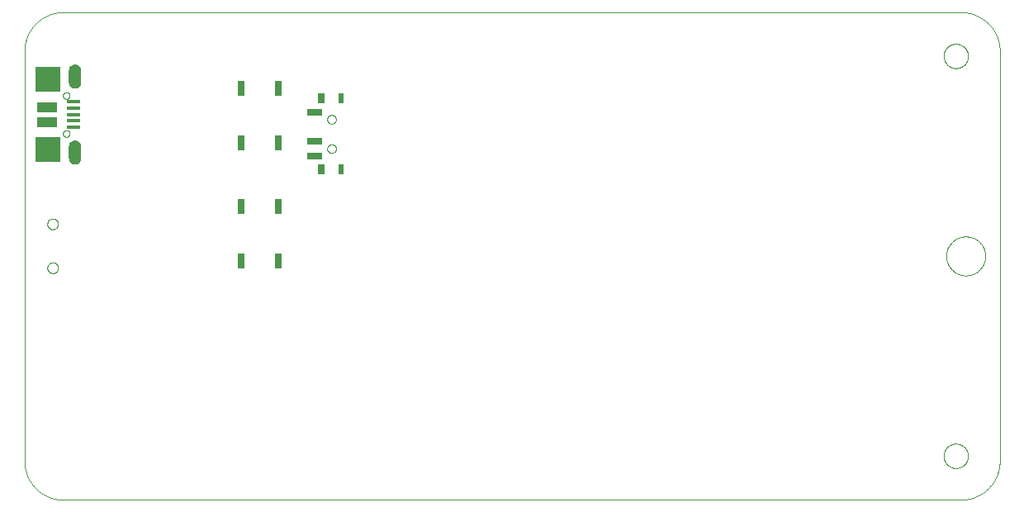
<source format=gbp>
G75*
%MOIN*%
%OFA0B0*%
%FSLAX25Y25*%
%IPPOS*%
%LPD*%
%AMOC8*
5,1,8,0,0,1.08239X$1,22.5*
%
%ADD10C,0.00000*%
%ADD11R,0.03000X0.06000*%
%ADD12R,0.05906X0.02756*%
%ADD13R,0.02362X0.03937*%
%ADD14R,0.03150X0.03937*%
%ADD15R,0.05315X0.01575*%
%ADD16R,0.07874X0.03937*%
%ADD17R,0.09843X0.09843*%
%ADD18C,0.00500*%
D10*
X0059668Y0020048D02*
X0059668Y0185402D01*
X0059673Y0185783D01*
X0059686Y0186163D01*
X0059709Y0186543D01*
X0059742Y0186922D01*
X0059783Y0187300D01*
X0059833Y0187677D01*
X0059893Y0188053D01*
X0059961Y0188428D01*
X0060039Y0188800D01*
X0060126Y0189171D01*
X0060221Y0189539D01*
X0060326Y0189905D01*
X0060439Y0190268D01*
X0060561Y0190629D01*
X0060691Y0190986D01*
X0060831Y0191340D01*
X0060978Y0191691D01*
X0061135Y0192038D01*
X0061299Y0192381D01*
X0061472Y0192720D01*
X0061653Y0193055D01*
X0061842Y0193386D01*
X0062039Y0193711D01*
X0062243Y0194032D01*
X0062456Y0194348D01*
X0062676Y0194658D01*
X0062903Y0194964D01*
X0063138Y0195263D01*
X0063380Y0195557D01*
X0063628Y0195845D01*
X0063884Y0196127D01*
X0064147Y0196402D01*
X0064416Y0196671D01*
X0064691Y0196934D01*
X0064973Y0197190D01*
X0065261Y0197438D01*
X0065555Y0197680D01*
X0065854Y0197915D01*
X0066160Y0198142D01*
X0066470Y0198362D01*
X0066786Y0198575D01*
X0067107Y0198779D01*
X0067432Y0198976D01*
X0067763Y0199165D01*
X0068098Y0199346D01*
X0068437Y0199519D01*
X0068780Y0199683D01*
X0069127Y0199840D01*
X0069478Y0199987D01*
X0069832Y0200127D01*
X0070189Y0200257D01*
X0070550Y0200379D01*
X0070913Y0200492D01*
X0071279Y0200597D01*
X0071647Y0200692D01*
X0072018Y0200779D01*
X0072390Y0200857D01*
X0072765Y0200925D01*
X0073141Y0200985D01*
X0073518Y0201035D01*
X0073896Y0201076D01*
X0074275Y0201109D01*
X0074655Y0201132D01*
X0075035Y0201145D01*
X0075416Y0201150D01*
X0437620Y0201150D01*
X0438001Y0201145D01*
X0438381Y0201132D01*
X0438761Y0201109D01*
X0439140Y0201076D01*
X0439518Y0201035D01*
X0439895Y0200985D01*
X0440271Y0200925D01*
X0440646Y0200857D01*
X0441018Y0200779D01*
X0441389Y0200692D01*
X0441757Y0200597D01*
X0442123Y0200492D01*
X0442486Y0200379D01*
X0442847Y0200257D01*
X0443204Y0200127D01*
X0443558Y0199987D01*
X0443909Y0199840D01*
X0444256Y0199683D01*
X0444599Y0199519D01*
X0444938Y0199346D01*
X0445273Y0199165D01*
X0445604Y0198976D01*
X0445929Y0198779D01*
X0446250Y0198575D01*
X0446566Y0198362D01*
X0446876Y0198142D01*
X0447182Y0197915D01*
X0447481Y0197680D01*
X0447775Y0197438D01*
X0448063Y0197190D01*
X0448345Y0196934D01*
X0448620Y0196671D01*
X0448889Y0196402D01*
X0449152Y0196127D01*
X0449408Y0195845D01*
X0449656Y0195557D01*
X0449898Y0195263D01*
X0450133Y0194964D01*
X0450360Y0194658D01*
X0450580Y0194348D01*
X0450793Y0194032D01*
X0450997Y0193711D01*
X0451194Y0193386D01*
X0451383Y0193055D01*
X0451564Y0192720D01*
X0451737Y0192381D01*
X0451901Y0192038D01*
X0452058Y0191691D01*
X0452205Y0191340D01*
X0452345Y0190986D01*
X0452475Y0190629D01*
X0452597Y0190268D01*
X0452710Y0189905D01*
X0452815Y0189539D01*
X0452910Y0189171D01*
X0452997Y0188800D01*
X0453075Y0188428D01*
X0453143Y0188053D01*
X0453203Y0187677D01*
X0453253Y0187300D01*
X0453294Y0186922D01*
X0453327Y0186543D01*
X0453350Y0186163D01*
X0453363Y0185783D01*
X0453368Y0185402D01*
X0453369Y0185402D02*
X0453369Y0020048D01*
X0453368Y0020048D02*
X0453363Y0019667D01*
X0453350Y0019287D01*
X0453327Y0018907D01*
X0453294Y0018528D01*
X0453253Y0018150D01*
X0453203Y0017773D01*
X0453143Y0017397D01*
X0453075Y0017022D01*
X0452997Y0016650D01*
X0452910Y0016279D01*
X0452815Y0015911D01*
X0452710Y0015545D01*
X0452597Y0015182D01*
X0452475Y0014821D01*
X0452345Y0014464D01*
X0452205Y0014110D01*
X0452058Y0013759D01*
X0451901Y0013412D01*
X0451737Y0013069D01*
X0451564Y0012730D01*
X0451383Y0012395D01*
X0451194Y0012064D01*
X0450997Y0011739D01*
X0450793Y0011418D01*
X0450580Y0011102D01*
X0450360Y0010792D01*
X0450133Y0010486D01*
X0449898Y0010187D01*
X0449656Y0009893D01*
X0449408Y0009605D01*
X0449152Y0009323D01*
X0448889Y0009048D01*
X0448620Y0008779D01*
X0448345Y0008516D01*
X0448063Y0008260D01*
X0447775Y0008012D01*
X0447481Y0007770D01*
X0447182Y0007535D01*
X0446876Y0007308D01*
X0446566Y0007088D01*
X0446250Y0006875D01*
X0445929Y0006671D01*
X0445604Y0006474D01*
X0445273Y0006285D01*
X0444938Y0006104D01*
X0444599Y0005931D01*
X0444256Y0005767D01*
X0443909Y0005610D01*
X0443558Y0005463D01*
X0443204Y0005323D01*
X0442847Y0005193D01*
X0442486Y0005071D01*
X0442123Y0004958D01*
X0441757Y0004853D01*
X0441389Y0004758D01*
X0441018Y0004671D01*
X0440646Y0004593D01*
X0440271Y0004525D01*
X0439895Y0004465D01*
X0439518Y0004415D01*
X0439140Y0004374D01*
X0438761Y0004341D01*
X0438381Y0004318D01*
X0438001Y0004305D01*
X0437620Y0004300D01*
X0075416Y0004300D01*
X0075035Y0004305D01*
X0074655Y0004318D01*
X0074275Y0004341D01*
X0073896Y0004374D01*
X0073518Y0004415D01*
X0073141Y0004465D01*
X0072765Y0004525D01*
X0072390Y0004593D01*
X0072018Y0004671D01*
X0071647Y0004758D01*
X0071279Y0004853D01*
X0070913Y0004958D01*
X0070550Y0005071D01*
X0070189Y0005193D01*
X0069832Y0005323D01*
X0069478Y0005463D01*
X0069127Y0005610D01*
X0068780Y0005767D01*
X0068437Y0005931D01*
X0068098Y0006104D01*
X0067763Y0006285D01*
X0067432Y0006474D01*
X0067107Y0006671D01*
X0066786Y0006875D01*
X0066470Y0007088D01*
X0066160Y0007308D01*
X0065854Y0007535D01*
X0065555Y0007770D01*
X0065261Y0008012D01*
X0064973Y0008260D01*
X0064691Y0008516D01*
X0064416Y0008779D01*
X0064147Y0009048D01*
X0063884Y0009323D01*
X0063628Y0009605D01*
X0063380Y0009893D01*
X0063138Y0010187D01*
X0062903Y0010486D01*
X0062676Y0010792D01*
X0062456Y0011102D01*
X0062243Y0011418D01*
X0062039Y0011739D01*
X0061842Y0012064D01*
X0061653Y0012395D01*
X0061472Y0012730D01*
X0061299Y0013069D01*
X0061135Y0013412D01*
X0060978Y0013759D01*
X0060831Y0014110D01*
X0060691Y0014464D01*
X0060561Y0014821D01*
X0060439Y0015182D01*
X0060326Y0015545D01*
X0060221Y0015911D01*
X0060126Y0016279D01*
X0060039Y0016650D01*
X0059961Y0017022D01*
X0059893Y0017397D01*
X0059833Y0017773D01*
X0059783Y0018150D01*
X0059742Y0018528D01*
X0059709Y0018907D01*
X0059686Y0019287D01*
X0059673Y0019667D01*
X0059668Y0020048D01*
X0068920Y0097942D02*
X0068922Y0098035D01*
X0068928Y0098127D01*
X0068938Y0098219D01*
X0068952Y0098310D01*
X0068969Y0098401D01*
X0068991Y0098491D01*
X0069016Y0098580D01*
X0069045Y0098668D01*
X0069078Y0098754D01*
X0069115Y0098839D01*
X0069155Y0098923D01*
X0069199Y0099004D01*
X0069246Y0099084D01*
X0069296Y0099162D01*
X0069350Y0099237D01*
X0069407Y0099310D01*
X0069467Y0099380D01*
X0069530Y0099448D01*
X0069596Y0099513D01*
X0069664Y0099575D01*
X0069735Y0099635D01*
X0069809Y0099691D01*
X0069885Y0099744D01*
X0069963Y0099793D01*
X0070043Y0099840D01*
X0070125Y0099882D01*
X0070209Y0099922D01*
X0070294Y0099957D01*
X0070381Y0099989D01*
X0070469Y0100018D01*
X0070558Y0100042D01*
X0070648Y0100063D01*
X0070739Y0100079D01*
X0070831Y0100092D01*
X0070923Y0100101D01*
X0071016Y0100106D01*
X0071108Y0100107D01*
X0071201Y0100104D01*
X0071293Y0100097D01*
X0071385Y0100086D01*
X0071476Y0100071D01*
X0071567Y0100053D01*
X0071657Y0100030D01*
X0071745Y0100004D01*
X0071833Y0099974D01*
X0071919Y0099940D01*
X0072003Y0099903D01*
X0072086Y0099861D01*
X0072167Y0099817D01*
X0072247Y0099769D01*
X0072324Y0099718D01*
X0072398Y0099663D01*
X0072471Y0099605D01*
X0072541Y0099545D01*
X0072608Y0099481D01*
X0072672Y0099415D01*
X0072734Y0099345D01*
X0072792Y0099274D01*
X0072847Y0099200D01*
X0072899Y0099123D01*
X0072948Y0099044D01*
X0072994Y0098964D01*
X0073036Y0098881D01*
X0073074Y0098797D01*
X0073109Y0098711D01*
X0073140Y0098624D01*
X0073167Y0098536D01*
X0073190Y0098446D01*
X0073210Y0098356D01*
X0073226Y0098265D01*
X0073238Y0098173D01*
X0073246Y0098081D01*
X0073250Y0097988D01*
X0073250Y0097896D01*
X0073246Y0097803D01*
X0073238Y0097711D01*
X0073226Y0097619D01*
X0073210Y0097528D01*
X0073190Y0097438D01*
X0073167Y0097348D01*
X0073140Y0097260D01*
X0073109Y0097173D01*
X0073074Y0097087D01*
X0073036Y0097003D01*
X0072994Y0096920D01*
X0072948Y0096840D01*
X0072899Y0096761D01*
X0072847Y0096684D01*
X0072792Y0096610D01*
X0072734Y0096539D01*
X0072672Y0096469D01*
X0072608Y0096403D01*
X0072541Y0096339D01*
X0072471Y0096279D01*
X0072398Y0096221D01*
X0072324Y0096166D01*
X0072247Y0096115D01*
X0072168Y0096067D01*
X0072086Y0096023D01*
X0072003Y0095981D01*
X0071919Y0095944D01*
X0071833Y0095910D01*
X0071745Y0095880D01*
X0071657Y0095854D01*
X0071567Y0095831D01*
X0071476Y0095813D01*
X0071385Y0095798D01*
X0071293Y0095787D01*
X0071201Y0095780D01*
X0071108Y0095777D01*
X0071016Y0095778D01*
X0070923Y0095783D01*
X0070831Y0095792D01*
X0070739Y0095805D01*
X0070648Y0095821D01*
X0070558Y0095842D01*
X0070469Y0095866D01*
X0070381Y0095895D01*
X0070294Y0095927D01*
X0070209Y0095962D01*
X0070125Y0096002D01*
X0070043Y0096044D01*
X0069963Y0096091D01*
X0069885Y0096140D01*
X0069809Y0096193D01*
X0069735Y0096249D01*
X0069664Y0096309D01*
X0069596Y0096371D01*
X0069530Y0096436D01*
X0069467Y0096504D01*
X0069407Y0096574D01*
X0069350Y0096647D01*
X0069296Y0096722D01*
X0069246Y0096800D01*
X0069199Y0096880D01*
X0069155Y0096961D01*
X0069115Y0097045D01*
X0069078Y0097130D01*
X0069045Y0097216D01*
X0069016Y0097304D01*
X0068991Y0097393D01*
X0068969Y0097483D01*
X0068952Y0097574D01*
X0068938Y0097665D01*
X0068928Y0097757D01*
X0068922Y0097849D01*
X0068920Y0097942D01*
X0068920Y0115658D02*
X0068922Y0115751D01*
X0068928Y0115843D01*
X0068938Y0115935D01*
X0068952Y0116026D01*
X0068969Y0116117D01*
X0068991Y0116207D01*
X0069016Y0116296D01*
X0069045Y0116384D01*
X0069078Y0116470D01*
X0069115Y0116555D01*
X0069155Y0116639D01*
X0069199Y0116720D01*
X0069246Y0116800D01*
X0069296Y0116878D01*
X0069350Y0116953D01*
X0069407Y0117026D01*
X0069467Y0117096D01*
X0069530Y0117164D01*
X0069596Y0117229D01*
X0069664Y0117291D01*
X0069735Y0117351D01*
X0069809Y0117407D01*
X0069885Y0117460D01*
X0069963Y0117509D01*
X0070043Y0117556D01*
X0070125Y0117598D01*
X0070209Y0117638D01*
X0070294Y0117673D01*
X0070381Y0117705D01*
X0070469Y0117734D01*
X0070558Y0117758D01*
X0070648Y0117779D01*
X0070739Y0117795D01*
X0070831Y0117808D01*
X0070923Y0117817D01*
X0071016Y0117822D01*
X0071108Y0117823D01*
X0071201Y0117820D01*
X0071293Y0117813D01*
X0071385Y0117802D01*
X0071476Y0117787D01*
X0071567Y0117769D01*
X0071657Y0117746D01*
X0071745Y0117720D01*
X0071833Y0117690D01*
X0071919Y0117656D01*
X0072003Y0117619D01*
X0072086Y0117577D01*
X0072167Y0117533D01*
X0072247Y0117485D01*
X0072324Y0117434D01*
X0072398Y0117379D01*
X0072471Y0117321D01*
X0072541Y0117261D01*
X0072608Y0117197D01*
X0072672Y0117131D01*
X0072734Y0117061D01*
X0072792Y0116990D01*
X0072847Y0116916D01*
X0072899Y0116839D01*
X0072948Y0116760D01*
X0072994Y0116680D01*
X0073036Y0116597D01*
X0073074Y0116513D01*
X0073109Y0116427D01*
X0073140Y0116340D01*
X0073167Y0116252D01*
X0073190Y0116162D01*
X0073210Y0116072D01*
X0073226Y0115981D01*
X0073238Y0115889D01*
X0073246Y0115797D01*
X0073250Y0115704D01*
X0073250Y0115612D01*
X0073246Y0115519D01*
X0073238Y0115427D01*
X0073226Y0115335D01*
X0073210Y0115244D01*
X0073190Y0115154D01*
X0073167Y0115064D01*
X0073140Y0114976D01*
X0073109Y0114889D01*
X0073074Y0114803D01*
X0073036Y0114719D01*
X0072994Y0114636D01*
X0072948Y0114556D01*
X0072899Y0114477D01*
X0072847Y0114400D01*
X0072792Y0114326D01*
X0072734Y0114255D01*
X0072672Y0114185D01*
X0072608Y0114119D01*
X0072541Y0114055D01*
X0072471Y0113995D01*
X0072398Y0113937D01*
X0072324Y0113882D01*
X0072247Y0113831D01*
X0072168Y0113783D01*
X0072086Y0113739D01*
X0072003Y0113697D01*
X0071919Y0113660D01*
X0071833Y0113626D01*
X0071745Y0113596D01*
X0071657Y0113570D01*
X0071567Y0113547D01*
X0071476Y0113529D01*
X0071385Y0113514D01*
X0071293Y0113503D01*
X0071201Y0113496D01*
X0071108Y0113493D01*
X0071016Y0113494D01*
X0070923Y0113499D01*
X0070831Y0113508D01*
X0070739Y0113521D01*
X0070648Y0113537D01*
X0070558Y0113558D01*
X0070469Y0113582D01*
X0070381Y0113611D01*
X0070294Y0113643D01*
X0070209Y0113678D01*
X0070125Y0113718D01*
X0070043Y0113760D01*
X0069963Y0113807D01*
X0069885Y0113856D01*
X0069809Y0113909D01*
X0069735Y0113965D01*
X0069664Y0114025D01*
X0069596Y0114087D01*
X0069530Y0114152D01*
X0069467Y0114220D01*
X0069407Y0114290D01*
X0069350Y0114363D01*
X0069296Y0114438D01*
X0069246Y0114516D01*
X0069199Y0114596D01*
X0069155Y0114677D01*
X0069115Y0114761D01*
X0069078Y0114846D01*
X0069045Y0114932D01*
X0069016Y0115020D01*
X0068991Y0115109D01*
X0068969Y0115199D01*
X0068952Y0115290D01*
X0068938Y0115381D01*
X0068928Y0115473D01*
X0068922Y0115565D01*
X0068920Y0115658D01*
X0067935Y0144457D02*
X0070298Y0144457D01*
X0070297Y0144457D02*
X0070360Y0144465D01*
X0070422Y0144476D01*
X0070484Y0144491D01*
X0070544Y0144509D01*
X0070604Y0144531D01*
X0070662Y0144556D01*
X0070718Y0144585D01*
X0070773Y0144617D01*
X0070825Y0144652D01*
X0070876Y0144690D01*
X0070924Y0144730D01*
X0070970Y0144774D01*
X0071013Y0144820D01*
X0071054Y0144869D01*
X0071092Y0144920D01*
X0071126Y0144972D01*
X0071158Y0145027D01*
X0071186Y0145084D01*
X0071211Y0145142D01*
X0071232Y0145202D01*
X0071250Y0145262D01*
X0071264Y0145324D01*
X0071275Y0145386D01*
X0071282Y0145449D01*
X0071286Y0145512D01*
X0071285Y0145575D01*
X0071282Y0145638D01*
X0071282Y0145639D02*
X0071285Y0145702D01*
X0071286Y0145765D01*
X0071282Y0145828D01*
X0071275Y0145891D01*
X0071264Y0145953D01*
X0071250Y0146015D01*
X0071232Y0146075D01*
X0071211Y0146135D01*
X0071186Y0146193D01*
X0071158Y0146250D01*
X0071126Y0146305D01*
X0071092Y0146357D01*
X0071054Y0146408D01*
X0071013Y0146457D01*
X0070970Y0146503D01*
X0070924Y0146547D01*
X0070876Y0146587D01*
X0070825Y0146625D01*
X0070773Y0146660D01*
X0070718Y0146692D01*
X0070662Y0146721D01*
X0070604Y0146746D01*
X0070544Y0146768D01*
X0070484Y0146786D01*
X0070422Y0146801D01*
X0070360Y0146812D01*
X0070297Y0146820D01*
X0070298Y0146820D02*
X0067935Y0146820D01*
X0067936Y0146820D02*
X0067870Y0146812D01*
X0067806Y0146800D01*
X0067742Y0146784D01*
X0067679Y0146765D01*
X0067618Y0146741D01*
X0067558Y0146714D01*
X0067500Y0146684D01*
X0067444Y0146650D01*
X0067390Y0146613D01*
X0067338Y0146572D01*
X0067289Y0146528D01*
X0067242Y0146482D01*
X0067199Y0146433D01*
X0067158Y0146381D01*
X0067121Y0146327D01*
X0067087Y0146271D01*
X0067057Y0146213D01*
X0067030Y0146153D01*
X0067006Y0146092D01*
X0066987Y0146029D01*
X0066971Y0145965D01*
X0066959Y0145901D01*
X0066951Y0145835D01*
X0066947Y0145770D01*
X0066947Y0145704D01*
X0066951Y0145639D01*
X0066951Y0145638D02*
X0066947Y0145573D01*
X0066947Y0145507D01*
X0066951Y0145442D01*
X0066959Y0145376D01*
X0066971Y0145312D01*
X0066987Y0145248D01*
X0067006Y0145185D01*
X0067030Y0145124D01*
X0067057Y0145064D01*
X0067087Y0145006D01*
X0067121Y0144950D01*
X0067158Y0144896D01*
X0067199Y0144844D01*
X0067242Y0144795D01*
X0067289Y0144749D01*
X0067338Y0144705D01*
X0067390Y0144664D01*
X0067444Y0144627D01*
X0067500Y0144593D01*
X0067558Y0144563D01*
X0067618Y0144536D01*
X0067679Y0144512D01*
X0067742Y0144493D01*
X0067806Y0144477D01*
X0067870Y0144465D01*
X0067936Y0144457D01*
X0075219Y0152135D02*
X0075221Y0152209D01*
X0075227Y0152283D01*
X0075237Y0152356D01*
X0075251Y0152429D01*
X0075268Y0152501D01*
X0075290Y0152571D01*
X0075315Y0152641D01*
X0075344Y0152709D01*
X0075377Y0152775D01*
X0075413Y0152840D01*
X0075453Y0152902D01*
X0075495Y0152963D01*
X0075541Y0153021D01*
X0075590Y0153076D01*
X0075642Y0153129D01*
X0075697Y0153179D01*
X0075754Y0153225D01*
X0075814Y0153269D01*
X0075876Y0153309D01*
X0075940Y0153346D01*
X0076006Y0153380D01*
X0076074Y0153410D01*
X0076143Y0153436D01*
X0076214Y0153459D01*
X0076285Y0153477D01*
X0076358Y0153492D01*
X0076431Y0153503D01*
X0076505Y0153510D01*
X0076579Y0153513D01*
X0076652Y0153512D01*
X0076726Y0153507D01*
X0076800Y0153498D01*
X0076873Y0153485D01*
X0076945Y0153468D01*
X0077016Y0153448D01*
X0077086Y0153423D01*
X0077154Y0153395D01*
X0077221Y0153364D01*
X0077286Y0153328D01*
X0077349Y0153290D01*
X0077410Y0153248D01*
X0077469Y0153202D01*
X0077525Y0153154D01*
X0077578Y0153103D01*
X0077628Y0153049D01*
X0077676Y0152992D01*
X0077720Y0152933D01*
X0077762Y0152871D01*
X0077800Y0152808D01*
X0077834Y0152742D01*
X0077865Y0152675D01*
X0077892Y0152606D01*
X0077915Y0152536D01*
X0077935Y0152465D01*
X0077951Y0152392D01*
X0077963Y0152319D01*
X0077971Y0152246D01*
X0077975Y0152172D01*
X0077975Y0152098D01*
X0077971Y0152024D01*
X0077963Y0151951D01*
X0077951Y0151878D01*
X0077935Y0151805D01*
X0077915Y0151734D01*
X0077892Y0151664D01*
X0077865Y0151595D01*
X0077834Y0151528D01*
X0077800Y0151462D01*
X0077762Y0151399D01*
X0077720Y0151337D01*
X0077676Y0151278D01*
X0077628Y0151221D01*
X0077578Y0151167D01*
X0077525Y0151116D01*
X0077469Y0151068D01*
X0077410Y0151022D01*
X0077349Y0150980D01*
X0077286Y0150942D01*
X0077221Y0150906D01*
X0077154Y0150875D01*
X0077086Y0150847D01*
X0077016Y0150822D01*
X0076945Y0150802D01*
X0076873Y0150785D01*
X0076800Y0150772D01*
X0076726Y0150763D01*
X0076652Y0150758D01*
X0076579Y0150757D01*
X0076505Y0150760D01*
X0076431Y0150767D01*
X0076358Y0150778D01*
X0076285Y0150793D01*
X0076214Y0150811D01*
X0076143Y0150834D01*
X0076074Y0150860D01*
X0076006Y0150890D01*
X0075940Y0150924D01*
X0075876Y0150961D01*
X0075814Y0151001D01*
X0075754Y0151045D01*
X0075697Y0151091D01*
X0075642Y0151141D01*
X0075590Y0151194D01*
X0075541Y0151249D01*
X0075495Y0151307D01*
X0075453Y0151368D01*
X0075413Y0151430D01*
X0075377Y0151495D01*
X0075344Y0151561D01*
X0075315Y0151629D01*
X0075290Y0151699D01*
X0075268Y0151769D01*
X0075251Y0151841D01*
X0075237Y0151914D01*
X0075227Y0151987D01*
X0075221Y0152061D01*
X0075219Y0152135D01*
X0075219Y0167489D02*
X0075221Y0167563D01*
X0075227Y0167637D01*
X0075237Y0167710D01*
X0075251Y0167783D01*
X0075268Y0167855D01*
X0075290Y0167925D01*
X0075315Y0167995D01*
X0075344Y0168063D01*
X0075377Y0168129D01*
X0075413Y0168194D01*
X0075453Y0168256D01*
X0075495Y0168317D01*
X0075541Y0168375D01*
X0075590Y0168430D01*
X0075642Y0168483D01*
X0075697Y0168533D01*
X0075754Y0168579D01*
X0075814Y0168623D01*
X0075876Y0168663D01*
X0075940Y0168700D01*
X0076006Y0168734D01*
X0076074Y0168764D01*
X0076143Y0168790D01*
X0076214Y0168813D01*
X0076285Y0168831D01*
X0076358Y0168846D01*
X0076431Y0168857D01*
X0076505Y0168864D01*
X0076579Y0168867D01*
X0076652Y0168866D01*
X0076726Y0168861D01*
X0076800Y0168852D01*
X0076873Y0168839D01*
X0076945Y0168822D01*
X0077016Y0168802D01*
X0077086Y0168777D01*
X0077154Y0168749D01*
X0077221Y0168718D01*
X0077286Y0168682D01*
X0077349Y0168644D01*
X0077410Y0168602D01*
X0077469Y0168556D01*
X0077525Y0168508D01*
X0077578Y0168457D01*
X0077628Y0168403D01*
X0077676Y0168346D01*
X0077720Y0168287D01*
X0077762Y0168225D01*
X0077800Y0168162D01*
X0077834Y0168096D01*
X0077865Y0168029D01*
X0077892Y0167960D01*
X0077915Y0167890D01*
X0077935Y0167819D01*
X0077951Y0167746D01*
X0077963Y0167673D01*
X0077971Y0167600D01*
X0077975Y0167526D01*
X0077975Y0167452D01*
X0077971Y0167378D01*
X0077963Y0167305D01*
X0077951Y0167232D01*
X0077935Y0167159D01*
X0077915Y0167088D01*
X0077892Y0167018D01*
X0077865Y0166949D01*
X0077834Y0166882D01*
X0077800Y0166816D01*
X0077762Y0166753D01*
X0077720Y0166691D01*
X0077676Y0166632D01*
X0077628Y0166575D01*
X0077578Y0166521D01*
X0077525Y0166470D01*
X0077469Y0166422D01*
X0077410Y0166376D01*
X0077349Y0166334D01*
X0077286Y0166296D01*
X0077221Y0166260D01*
X0077154Y0166229D01*
X0077086Y0166201D01*
X0077016Y0166176D01*
X0076945Y0166156D01*
X0076873Y0166139D01*
X0076800Y0166126D01*
X0076726Y0166117D01*
X0076652Y0166112D01*
X0076579Y0166111D01*
X0076505Y0166114D01*
X0076431Y0166121D01*
X0076358Y0166132D01*
X0076285Y0166147D01*
X0076214Y0166165D01*
X0076143Y0166188D01*
X0076074Y0166214D01*
X0076006Y0166244D01*
X0075940Y0166278D01*
X0075876Y0166315D01*
X0075814Y0166355D01*
X0075754Y0166399D01*
X0075697Y0166445D01*
X0075642Y0166495D01*
X0075590Y0166548D01*
X0075541Y0166603D01*
X0075495Y0166661D01*
X0075453Y0166722D01*
X0075413Y0166784D01*
X0075377Y0166849D01*
X0075344Y0166915D01*
X0075315Y0166983D01*
X0075290Y0167053D01*
X0075268Y0167123D01*
X0075251Y0167195D01*
X0075237Y0167268D01*
X0075227Y0167341D01*
X0075221Y0167415D01*
X0075219Y0167489D01*
X0070298Y0172804D02*
X0067935Y0172804D01*
X0067936Y0172804D02*
X0067870Y0172812D01*
X0067806Y0172824D01*
X0067742Y0172840D01*
X0067679Y0172859D01*
X0067618Y0172883D01*
X0067558Y0172910D01*
X0067500Y0172940D01*
X0067444Y0172974D01*
X0067390Y0173011D01*
X0067338Y0173052D01*
X0067289Y0173096D01*
X0067242Y0173142D01*
X0067199Y0173191D01*
X0067158Y0173243D01*
X0067121Y0173297D01*
X0067087Y0173353D01*
X0067057Y0173411D01*
X0067030Y0173471D01*
X0067006Y0173532D01*
X0066987Y0173595D01*
X0066971Y0173659D01*
X0066959Y0173723D01*
X0066951Y0173789D01*
X0066947Y0173854D01*
X0066947Y0173920D01*
X0066951Y0173985D01*
X0066947Y0174050D01*
X0066947Y0174116D01*
X0066951Y0174181D01*
X0066959Y0174247D01*
X0066971Y0174311D01*
X0066987Y0174375D01*
X0067006Y0174438D01*
X0067030Y0174499D01*
X0067057Y0174559D01*
X0067087Y0174617D01*
X0067121Y0174673D01*
X0067158Y0174727D01*
X0067199Y0174779D01*
X0067242Y0174828D01*
X0067289Y0174874D01*
X0067338Y0174918D01*
X0067390Y0174959D01*
X0067444Y0174996D01*
X0067500Y0175030D01*
X0067558Y0175060D01*
X0067618Y0175087D01*
X0067679Y0175111D01*
X0067742Y0175130D01*
X0067806Y0175146D01*
X0067870Y0175158D01*
X0067936Y0175166D01*
X0067935Y0175166D02*
X0070298Y0175166D01*
X0070297Y0175166D02*
X0070360Y0175158D01*
X0070422Y0175147D01*
X0070484Y0175132D01*
X0070544Y0175114D01*
X0070604Y0175092D01*
X0070662Y0175067D01*
X0070718Y0175038D01*
X0070773Y0175006D01*
X0070825Y0174971D01*
X0070876Y0174933D01*
X0070924Y0174893D01*
X0070970Y0174849D01*
X0071013Y0174803D01*
X0071054Y0174754D01*
X0071092Y0174703D01*
X0071126Y0174651D01*
X0071158Y0174596D01*
X0071186Y0174539D01*
X0071211Y0174481D01*
X0071232Y0174421D01*
X0071250Y0174361D01*
X0071264Y0174299D01*
X0071275Y0174237D01*
X0071282Y0174174D01*
X0071286Y0174111D01*
X0071285Y0174048D01*
X0071282Y0173985D01*
X0071285Y0173922D01*
X0071286Y0173859D01*
X0071282Y0173796D01*
X0071275Y0173733D01*
X0071264Y0173671D01*
X0071250Y0173609D01*
X0071232Y0173549D01*
X0071211Y0173489D01*
X0071186Y0173431D01*
X0071158Y0173374D01*
X0071126Y0173319D01*
X0071092Y0173267D01*
X0071054Y0173216D01*
X0071013Y0173167D01*
X0070970Y0173121D01*
X0070924Y0173077D01*
X0070876Y0173037D01*
X0070825Y0172999D01*
X0070773Y0172964D01*
X0070718Y0172932D01*
X0070662Y0172903D01*
X0070604Y0172878D01*
X0070544Y0172856D01*
X0070484Y0172838D01*
X0070422Y0172823D01*
X0070360Y0172812D01*
X0070297Y0172804D01*
X0181911Y0157843D02*
X0181913Y0157927D01*
X0181919Y0158010D01*
X0181929Y0158093D01*
X0181943Y0158176D01*
X0181960Y0158258D01*
X0181982Y0158339D01*
X0182007Y0158418D01*
X0182036Y0158497D01*
X0182069Y0158574D01*
X0182105Y0158649D01*
X0182145Y0158723D01*
X0182188Y0158795D01*
X0182235Y0158864D01*
X0182285Y0158931D01*
X0182338Y0158996D01*
X0182394Y0159058D01*
X0182452Y0159118D01*
X0182514Y0159175D01*
X0182578Y0159228D01*
X0182645Y0159279D01*
X0182714Y0159326D01*
X0182785Y0159371D01*
X0182858Y0159411D01*
X0182933Y0159448D01*
X0183010Y0159482D01*
X0183088Y0159512D01*
X0183167Y0159538D01*
X0183248Y0159561D01*
X0183330Y0159579D01*
X0183412Y0159594D01*
X0183495Y0159605D01*
X0183578Y0159612D01*
X0183662Y0159615D01*
X0183746Y0159614D01*
X0183829Y0159609D01*
X0183913Y0159600D01*
X0183995Y0159587D01*
X0184077Y0159571D01*
X0184158Y0159550D01*
X0184239Y0159526D01*
X0184317Y0159498D01*
X0184395Y0159466D01*
X0184471Y0159430D01*
X0184545Y0159391D01*
X0184617Y0159349D01*
X0184687Y0159303D01*
X0184755Y0159254D01*
X0184820Y0159202D01*
X0184883Y0159147D01*
X0184943Y0159089D01*
X0185001Y0159028D01*
X0185055Y0158964D01*
X0185107Y0158898D01*
X0185155Y0158830D01*
X0185200Y0158759D01*
X0185241Y0158686D01*
X0185280Y0158612D01*
X0185314Y0158536D01*
X0185345Y0158458D01*
X0185372Y0158379D01*
X0185396Y0158298D01*
X0185415Y0158217D01*
X0185431Y0158135D01*
X0185443Y0158052D01*
X0185451Y0157968D01*
X0185455Y0157885D01*
X0185455Y0157801D01*
X0185451Y0157718D01*
X0185443Y0157634D01*
X0185431Y0157551D01*
X0185415Y0157469D01*
X0185396Y0157388D01*
X0185372Y0157307D01*
X0185345Y0157228D01*
X0185314Y0157150D01*
X0185280Y0157074D01*
X0185241Y0157000D01*
X0185200Y0156927D01*
X0185155Y0156856D01*
X0185107Y0156788D01*
X0185055Y0156722D01*
X0185001Y0156658D01*
X0184943Y0156597D01*
X0184883Y0156539D01*
X0184820Y0156484D01*
X0184755Y0156432D01*
X0184687Y0156383D01*
X0184617Y0156337D01*
X0184545Y0156295D01*
X0184471Y0156256D01*
X0184395Y0156220D01*
X0184317Y0156188D01*
X0184239Y0156160D01*
X0184158Y0156136D01*
X0184077Y0156115D01*
X0183995Y0156099D01*
X0183913Y0156086D01*
X0183829Y0156077D01*
X0183746Y0156072D01*
X0183662Y0156071D01*
X0183578Y0156074D01*
X0183495Y0156081D01*
X0183412Y0156092D01*
X0183330Y0156107D01*
X0183248Y0156125D01*
X0183167Y0156148D01*
X0183088Y0156174D01*
X0183010Y0156204D01*
X0182933Y0156238D01*
X0182858Y0156275D01*
X0182785Y0156315D01*
X0182714Y0156360D01*
X0182645Y0156407D01*
X0182578Y0156458D01*
X0182514Y0156511D01*
X0182452Y0156568D01*
X0182394Y0156628D01*
X0182338Y0156690D01*
X0182285Y0156755D01*
X0182235Y0156822D01*
X0182188Y0156891D01*
X0182145Y0156963D01*
X0182105Y0157037D01*
X0182069Y0157112D01*
X0182036Y0157189D01*
X0182007Y0157268D01*
X0181982Y0157347D01*
X0181960Y0157428D01*
X0181943Y0157510D01*
X0181929Y0157593D01*
X0181919Y0157676D01*
X0181913Y0157759D01*
X0181911Y0157843D01*
X0181911Y0146032D02*
X0181913Y0146116D01*
X0181919Y0146199D01*
X0181929Y0146282D01*
X0181943Y0146365D01*
X0181960Y0146447D01*
X0181982Y0146528D01*
X0182007Y0146607D01*
X0182036Y0146686D01*
X0182069Y0146763D01*
X0182105Y0146838D01*
X0182145Y0146912D01*
X0182188Y0146984D01*
X0182235Y0147053D01*
X0182285Y0147120D01*
X0182338Y0147185D01*
X0182394Y0147247D01*
X0182452Y0147307D01*
X0182514Y0147364D01*
X0182578Y0147417D01*
X0182645Y0147468D01*
X0182714Y0147515D01*
X0182785Y0147560D01*
X0182858Y0147600D01*
X0182933Y0147637D01*
X0183010Y0147671D01*
X0183088Y0147701D01*
X0183167Y0147727D01*
X0183248Y0147750D01*
X0183330Y0147768D01*
X0183412Y0147783D01*
X0183495Y0147794D01*
X0183578Y0147801D01*
X0183662Y0147804D01*
X0183746Y0147803D01*
X0183829Y0147798D01*
X0183913Y0147789D01*
X0183995Y0147776D01*
X0184077Y0147760D01*
X0184158Y0147739D01*
X0184239Y0147715D01*
X0184317Y0147687D01*
X0184395Y0147655D01*
X0184471Y0147619D01*
X0184545Y0147580D01*
X0184617Y0147538D01*
X0184687Y0147492D01*
X0184755Y0147443D01*
X0184820Y0147391D01*
X0184883Y0147336D01*
X0184943Y0147278D01*
X0185001Y0147217D01*
X0185055Y0147153D01*
X0185107Y0147087D01*
X0185155Y0147019D01*
X0185200Y0146948D01*
X0185241Y0146875D01*
X0185280Y0146801D01*
X0185314Y0146725D01*
X0185345Y0146647D01*
X0185372Y0146568D01*
X0185396Y0146487D01*
X0185415Y0146406D01*
X0185431Y0146324D01*
X0185443Y0146241D01*
X0185451Y0146157D01*
X0185455Y0146074D01*
X0185455Y0145990D01*
X0185451Y0145907D01*
X0185443Y0145823D01*
X0185431Y0145740D01*
X0185415Y0145658D01*
X0185396Y0145577D01*
X0185372Y0145496D01*
X0185345Y0145417D01*
X0185314Y0145339D01*
X0185280Y0145263D01*
X0185241Y0145189D01*
X0185200Y0145116D01*
X0185155Y0145045D01*
X0185107Y0144977D01*
X0185055Y0144911D01*
X0185001Y0144847D01*
X0184943Y0144786D01*
X0184883Y0144728D01*
X0184820Y0144673D01*
X0184755Y0144621D01*
X0184687Y0144572D01*
X0184617Y0144526D01*
X0184545Y0144484D01*
X0184471Y0144445D01*
X0184395Y0144409D01*
X0184317Y0144377D01*
X0184239Y0144349D01*
X0184158Y0144325D01*
X0184077Y0144304D01*
X0183995Y0144288D01*
X0183913Y0144275D01*
X0183829Y0144266D01*
X0183746Y0144261D01*
X0183662Y0144260D01*
X0183578Y0144263D01*
X0183495Y0144270D01*
X0183412Y0144281D01*
X0183330Y0144296D01*
X0183248Y0144314D01*
X0183167Y0144337D01*
X0183088Y0144363D01*
X0183010Y0144393D01*
X0182933Y0144427D01*
X0182858Y0144464D01*
X0182785Y0144504D01*
X0182714Y0144549D01*
X0182645Y0144596D01*
X0182578Y0144647D01*
X0182514Y0144700D01*
X0182452Y0144757D01*
X0182394Y0144817D01*
X0182338Y0144879D01*
X0182285Y0144944D01*
X0182235Y0145011D01*
X0182188Y0145080D01*
X0182145Y0145152D01*
X0182105Y0145226D01*
X0182069Y0145301D01*
X0182036Y0145378D01*
X0182007Y0145457D01*
X0181982Y0145536D01*
X0181960Y0145617D01*
X0181943Y0145699D01*
X0181929Y0145782D01*
X0181919Y0145865D01*
X0181913Y0145948D01*
X0181911Y0146032D01*
X0430731Y0183434D02*
X0430733Y0183574D01*
X0430739Y0183714D01*
X0430749Y0183853D01*
X0430763Y0183992D01*
X0430781Y0184131D01*
X0430802Y0184269D01*
X0430828Y0184407D01*
X0430858Y0184544D01*
X0430891Y0184679D01*
X0430929Y0184814D01*
X0430970Y0184948D01*
X0431015Y0185081D01*
X0431063Y0185212D01*
X0431116Y0185341D01*
X0431172Y0185470D01*
X0431231Y0185596D01*
X0431295Y0185721D01*
X0431361Y0185844D01*
X0431432Y0185965D01*
X0431505Y0186084D01*
X0431582Y0186201D01*
X0431663Y0186315D01*
X0431746Y0186427D01*
X0431833Y0186537D01*
X0431923Y0186645D01*
X0432015Y0186749D01*
X0432111Y0186851D01*
X0432210Y0186951D01*
X0432311Y0187047D01*
X0432415Y0187141D01*
X0432522Y0187231D01*
X0432631Y0187318D01*
X0432743Y0187403D01*
X0432857Y0187484D01*
X0432973Y0187562D01*
X0433091Y0187636D01*
X0433212Y0187707D01*
X0433334Y0187775D01*
X0433459Y0187839D01*
X0433585Y0187900D01*
X0433712Y0187957D01*
X0433842Y0188010D01*
X0433973Y0188060D01*
X0434105Y0188105D01*
X0434238Y0188148D01*
X0434373Y0188186D01*
X0434508Y0188220D01*
X0434645Y0188251D01*
X0434782Y0188278D01*
X0434920Y0188300D01*
X0435059Y0188319D01*
X0435198Y0188334D01*
X0435337Y0188345D01*
X0435477Y0188352D01*
X0435617Y0188355D01*
X0435757Y0188354D01*
X0435897Y0188349D01*
X0436036Y0188340D01*
X0436176Y0188327D01*
X0436315Y0188310D01*
X0436453Y0188289D01*
X0436591Y0188265D01*
X0436728Y0188236D01*
X0436864Y0188204D01*
X0436999Y0188167D01*
X0437133Y0188127D01*
X0437266Y0188083D01*
X0437397Y0188035D01*
X0437527Y0187984D01*
X0437656Y0187929D01*
X0437783Y0187870D01*
X0437908Y0187807D01*
X0438031Y0187742D01*
X0438153Y0187672D01*
X0438272Y0187599D01*
X0438390Y0187523D01*
X0438505Y0187444D01*
X0438618Y0187361D01*
X0438728Y0187275D01*
X0438836Y0187186D01*
X0438941Y0187094D01*
X0439044Y0186999D01*
X0439144Y0186901D01*
X0439241Y0186801D01*
X0439335Y0186697D01*
X0439427Y0186591D01*
X0439515Y0186483D01*
X0439600Y0186372D01*
X0439682Y0186258D01*
X0439761Y0186142D01*
X0439836Y0186025D01*
X0439908Y0185905D01*
X0439976Y0185783D01*
X0440041Y0185659D01*
X0440103Y0185533D01*
X0440161Y0185406D01*
X0440215Y0185277D01*
X0440266Y0185146D01*
X0440312Y0185014D01*
X0440355Y0184881D01*
X0440395Y0184747D01*
X0440430Y0184612D01*
X0440462Y0184475D01*
X0440489Y0184338D01*
X0440513Y0184200D01*
X0440533Y0184062D01*
X0440549Y0183923D01*
X0440561Y0183783D01*
X0440569Y0183644D01*
X0440573Y0183504D01*
X0440573Y0183364D01*
X0440569Y0183224D01*
X0440561Y0183085D01*
X0440549Y0182945D01*
X0440533Y0182806D01*
X0440513Y0182668D01*
X0440489Y0182530D01*
X0440462Y0182393D01*
X0440430Y0182256D01*
X0440395Y0182121D01*
X0440355Y0181987D01*
X0440312Y0181854D01*
X0440266Y0181722D01*
X0440215Y0181591D01*
X0440161Y0181462D01*
X0440103Y0181335D01*
X0440041Y0181209D01*
X0439976Y0181085D01*
X0439908Y0180963D01*
X0439836Y0180843D01*
X0439761Y0180726D01*
X0439682Y0180610D01*
X0439600Y0180496D01*
X0439515Y0180385D01*
X0439427Y0180277D01*
X0439335Y0180171D01*
X0439241Y0180067D01*
X0439144Y0179967D01*
X0439044Y0179869D01*
X0438941Y0179774D01*
X0438836Y0179682D01*
X0438728Y0179593D01*
X0438618Y0179507D01*
X0438505Y0179424D01*
X0438390Y0179345D01*
X0438272Y0179269D01*
X0438153Y0179196D01*
X0438031Y0179126D01*
X0437908Y0179061D01*
X0437783Y0178998D01*
X0437656Y0178939D01*
X0437527Y0178884D01*
X0437397Y0178833D01*
X0437266Y0178785D01*
X0437133Y0178741D01*
X0436999Y0178701D01*
X0436864Y0178664D01*
X0436728Y0178632D01*
X0436591Y0178603D01*
X0436453Y0178579D01*
X0436315Y0178558D01*
X0436176Y0178541D01*
X0436036Y0178528D01*
X0435897Y0178519D01*
X0435757Y0178514D01*
X0435617Y0178513D01*
X0435477Y0178516D01*
X0435337Y0178523D01*
X0435198Y0178534D01*
X0435059Y0178549D01*
X0434920Y0178568D01*
X0434782Y0178590D01*
X0434645Y0178617D01*
X0434508Y0178648D01*
X0434373Y0178682D01*
X0434238Y0178720D01*
X0434105Y0178763D01*
X0433973Y0178808D01*
X0433842Y0178858D01*
X0433712Y0178911D01*
X0433585Y0178968D01*
X0433459Y0179029D01*
X0433334Y0179093D01*
X0433212Y0179161D01*
X0433091Y0179232D01*
X0432973Y0179306D01*
X0432857Y0179384D01*
X0432743Y0179465D01*
X0432631Y0179550D01*
X0432522Y0179637D01*
X0432415Y0179727D01*
X0432311Y0179821D01*
X0432210Y0179917D01*
X0432111Y0180017D01*
X0432015Y0180119D01*
X0431923Y0180223D01*
X0431833Y0180331D01*
X0431746Y0180441D01*
X0431663Y0180553D01*
X0431582Y0180667D01*
X0431505Y0180784D01*
X0431432Y0180903D01*
X0431361Y0181024D01*
X0431295Y0181147D01*
X0431231Y0181272D01*
X0431172Y0181398D01*
X0431116Y0181527D01*
X0431063Y0181656D01*
X0431015Y0181787D01*
X0430970Y0181920D01*
X0430929Y0182054D01*
X0430891Y0182189D01*
X0430858Y0182324D01*
X0430828Y0182461D01*
X0430802Y0182599D01*
X0430781Y0182737D01*
X0430763Y0182876D01*
X0430749Y0183015D01*
X0430739Y0183154D01*
X0430733Y0183294D01*
X0430731Y0183434D01*
X0431794Y0102725D02*
X0431796Y0102918D01*
X0431803Y0103111D01*
X0431815Y0103304D01*
X0431832Y0103497D01*
X0431853Y0103689D01*
X0431879Y0103880D01*
X0431910Y0104071D01*
X0431945Y0104261D01*
X0431985Y0104450D01*
X0432030Y0104638D01*
X0432079Y0104825D01*
X0432133Y0105011D01*
X0432191Y0105195D01*
X0432254Y0105378D01*
X0432322Y0105559D01*
X0432393Y0105738D01*
X0432470Y0105916D01*
X0432550Y0106092D01*
X0432635Y0106265D01*
X0432724Y0106437D01*
X0432817Y0106606D01*
X0432914Y0106773D01*
X0433016Y0106938D01*
X0433121Y0107100D01*
X0433230Y0107259D01*
X0433344Y0107416D01*
X0433461Y0107569D01*
X0433581Y0107720D01*
X0433706Y0107868D01*
X0433834Y0108013D01*
X0433965Y0108154D01*
X0434100Y0108293D01*
X0434239Y0108428D01*
X0434380Y0108559D01*
X0434525Y0108687D01*
X0434673Y0108812D01*
X0434824Y0108932D01*
X0434977Y0109049D01*
X0435134Y0109163D01*
X0435293Y0109272D01*
X0435455Y0109377D01*
X0435620Y0109479D01*
X0435787Y0109576D01*
X0435956Y0109669D01*
X0436128Y0109758D01*
X0436301Y0109843D01*
X0436477Y0109923D01*
X0436655Y0110000D01*
X0436834Y0110071D01*
X0437015Y0110139D01*
X0437198Y0110202D01*
X0437382Y0110260D01*
X0437568Y0110314D01*
X0437755Y0110363D01*
X0437943Y0110408D01*
X0438132Y0110448D01*
X0438322Y0110483D01*
X0438513Y0110514D01*
X0438704Y0110540D01*
X0438896Y0110561D01*
X0439089Y0110578D01*
X0439282Y0110590D01*
X0439475Y0110597D01*
X0439668Y0110599D01*
X0439861Y0110597D01*
X0440054Y0110590D01*
X0440247Y0110578D01*
X0440440Y0110561D01*
X0440632Y0110540D01*
X0440823Y0110514D01*
X0441014Y0110483D01*
X0441204Y0110448D01*
X0441393Y0110408D01*
X0441581Y0110363D01*
X0441768Y0110314D01*
X0441954Y0110260D01*
X0442138Y0110202D01*
X0442321Y0110139D01*
X0442502Y0110071D01*
X0442681Y0110000D01*
X0442859Y0109923D01*
X0443035Y0109843D01*
X0443208Y0109758D01*
X0443380Y0109669D01*
X0443549Y0109576D01*
X0443716Y0109479D01*
X0443881Y0109377D01*
X0444043Y0109272D01*
X0444202Y0109163D01*
X0444359Y0109049D01*
X0444512Y0108932D01*
X0444663Y0108812D01*
X0444811Y0108687D01*
X0444956Y0108559D01*
X0445097Y0108428D01*
X0445236Y0108293D01*
X0445371Y0108154D01*
X0445502Y0108013D01*
X0445630Y0107868D01*
X0445755Y0107720D01*
X0445875Y0107569D01*
X0445992Y0107416D01*
X0446106Y0107259D01*
X0446215Y0107100D01*
X0446320Y0106938D01*
X0446422Y0106773D01*
X0446519Y0106606D01*
X0446612Y0106437D01*
X0446701Y0106265D01*
X0446786Y0106092D01*
X0446866Y0105916D01*
X0446943Y0105738D01*
X0447014Y0105559D01*
X0447082Y0105378D01*
X0447145Y0105195D01*
X0447203Y0105011D01*
X0447257Y0104825D01*
X0447306Y0104638D01*
X0447351Y0104450D01*
X0447391Y0104261D01*
X0447426Y0104071D01*
X0447457Y0103880D01*
X0447483Y0103689D01*
X0447504Y0103497D01*
X0447521Y0103304D01*
X0447533Y0103111D01*
X0447540Y0102918D01*
X0447542Y0102725D01*
X0447540Y0102532D01*
X0447533Y0102339D01*
X0447521Y0102146D01*
X0447504Y0101953D01*
X0447483Y0101761D01*
X0447457Y0101570D01*
X0447426Y0101379D01*
X0447391Y0101189D01*
X0447351Y0101000D01*
X0447306Y0100812D01*
X0447257Y0100625D01*
X0447203Y0100439D01*
X0447145Y0100255D01*
X0447082Y0100072D01*
X0447014Y0099891D01*
X0446943Y0099712D01*
X0446866Y0099534D01*
X0446786Y0099358D01*
X0446701Y0099185D01*
X0446612Y0099013D01*
X0446519Y0098844D01*
X0446422Y0098677D01*
X0446320Y0098512D01*
X0446215Y0098350D01*
X0446106Y0098191D01*
X0445992Y0098034D01*
X0445875Y0097881D01*
X0445755Y0097730D01*
X0445630Y0097582D01*
X0445502Y0097437D01*
X0445371Y0097296D01*
X0445236Y0097157D01*
X0445097Y0097022D01*
X0444956Y0096891D01*
X0444811Y0096763D01*
X0444663Y0096638D01*
X0444512Y0096518D01*
X0444359Y0096401D01*
X0444202Y0096287D01*
X0444043Y0096178D01*
X0443881Y0096073D01*
X0443716Y0095971D01*
X0443549Y0095874D01*
X0443380Y0095781D01*
X0443208Y0095692D01*
X0443035Y0095607D01*
X0442859Y0095527D01*
X0442681Y0095450D01*
X0442502Y0095379D01*
X0442321Y0095311D01*
X0442138Y0095248D01*
X0441954Y0095190D01*
X0441768Y0095136D01*
X0441581Y0095087D01*
X0441393Y0095042D01*
X0441204Y0095002D01*
X0441014Y0094967D01*
X0440823Y0094936D01*
X0440632Y0094910D01*
X0440440Y0094889D01*
X0440247Y0094872D01*
X0440054Y0094860D01*
X0439861Y0094853D01*
X0439668Y0094851D01*
X0439475Y0094853D01*
X0439282Y0094860D01*
X0439089Y0094872D01*
X0438896Y0094889D01*
X0438704Y0094910D01*
X0438513Y0094936D01*
X0438322Y0094967D01*
X0438132Y0095002D01*
X0437943Y0095042D01*
X0437755Y0095087D01*
X0437568Y0095136D01*
X0437382Y0095190D01*
X0437198Y0095248D01*
X0437015Y0095311D01*
X0436834Y0095379D01*
X0436655Y0095450D01*
X0436477Y0095527D01*
X0436301Y0095607D01*
X0436128Y0095692D01*
X0435956Y0095781D01*
X0435787Y0095874D01*
X0435620Y0095971D01*
X0435455Y0096073D01*
X0435293Y0096178D01*
X0435134Y0096287D01*
X0434977Y0096401D01*
X0434824Y0096518D01*
X0434673Y0096638D01*
X0434525Y0096763D01*
X0434380Y0096891D01*
X0434239Y0097022D01*
X0434100Y0097157D01*
X0433965Y0097296D01*
X0433834Y0097437D01*
X0433706Y0097582D01*
X0433581Y0097730D01*
X0433461Y0097881D01*
X0433344Y0098034D01*
X0433230Y0098191D01*
X0433121Y0098350D01*
X0433016Y0098512D01*
X0432914Y0098677D01*
X0432817Y0098844D01*
X0432724Y0099013D01*
X0432635Y0099185D01*
X0432550Y0099358D01*
X0432470Y0099534D01*
X0432393Y0099712D01*
X0432322Y0099891D01*
X0432254Y0100072D01*
X0432191Y0100255D01*
X0432133Y0100439D01*
X0432079Y0100625D01*
X0432030Y0100812D01*
X0431985Y0101000D01*
X0431945Y0101189D01*
X0431910Y0101379D01*
X0431879Y0101570D01*
X0431853Y0101761D01*
X0431832Y0101953D01*
X0431815Y0102146D01*
X0431803Y0102339D01*
X0431796Y0102532D01*
X0431794Y0102725D01*
X0430731Y0022017D02*
X0430733Y0022157D01*
X0430739Y0022297D01*
X0430749Y0022436D01*
X0430763Y0022575D01*
X0430781Y0022714D01*
X0430802Y0022852D01*
X0430828Y0022990D01*
X0430858Y0023127D01*
X0430891Y0023262D01*
X0430929Y0023397D01*
X0430970Y0023531D01*
X0431015Y0023664D01*
X0431063Y0023795D01*
X0431116Y0023924D01*
X0431172Y0024053D01*
X0431231Y0024179D01*
X0431295Y0024304D01*
X0431361Y0024427D01*
X0431432Y0024548D01*
X0431505Y0024667D01*
X0431582Y0024784D01*
X0431663Y0024898D01*
X0431746Y0025010D01*
X0431833Y0025120D01*
X0431923Y0025228D01*
X0432015Y0025332D01*
X0432111Y0025434D01*
X0432210Y0025534D01*
X0432311Y0025630D01*
X0432415Y0025724D01*
X0432522Y0025814D01*
X0432631Y0025901D01*
X0432743Y0025986D01*
X0432857Y0026067D01*
X0432973Y0026145D01*
X0433091Y0026219D01*
X0433212Y0026290D01*
X0433334Y0026358D01*
X0433459Y0026422D01*
X0433585Y0026483D01*
X0433712Y0026540D01*
X0433842Y0026593D01*
X0433973Y0026643D01*
X0434105Y0026688D01*
X0434238Y0026731D01*
X0434373Y0026769D01*
X0434508Y0026803D01*
X0434645Y0026834D01*
X0434782Y0026861D01*
X0434920Y0026883D01*
X0435059Y0026902D01*
X0435198Y0026917D01*
X0435337Y0026928D01*
X0435477Y0026935D01*
X0435617Y0026938D01*
X0435757Y0026937D01*
X0435897Y0026932D01*
X0436036Y0026923D01*
X0436176Y0026910D01*
X0436315Y0026893D01*
X0436453Y0026872D01*
X0436591Y0026848D01*
X0436728Y0026819D01*
X0436864Y0026787D01*
X0436999Y0026750D01*
X0437133Y0026710D01*
X0437266Y0026666D01*
X0437397Y0026618D01*
X0437527Y0026567D01*
X0437656Y0026512D01*
X0437783Y0026453D01*
X0437908Y0026390D01*
X0438031Y0026325D01*
X0438153Y0026255D01*
X0438272Y0026182D01*
X0438390Y0026106D01*
X0438505Y0026027D01*
X0438618Y0025944D01*
X0438728Y0025858D01*
X0438836Y0025769D01*
X0438941Y0025677D01*
X0439044Y0025582D01*
X0439144Y0025484D01*
X0439241Y0025384D01*
X0439335Y0025280D01*
X0439427Y0025174D01*
X0439515Y0025066D01*
X0439600Y0024955D01*
X0439682Y0024841D01*
X0439761Y0024725D01*
X0439836Y0024608D01*
X0439908Y0024488D01*
X0439976Y0024366D01*
X0440041Y0024242D01*
X0440103Y0024116D01*
X0440161Y0023989D01*
X0440215Y0023860D01*
X0440266Y0023729D01*
X0440312Y0023597D01*
X0440355Y0023464D01*
X0440395Y0023330D01*
X0440430Y0023195D01*
X0440462Y0023058D01*
X0440489Y0022921D01*
X0440513Y0022783D01*
X0440533Y0022645D01*
X0440549Y0022506D01*
X0440561Y0022366D01*
X0440569Y0022227D01*
X0440573Y0022087D01*
X0440573Y0021947D01*
X0440569Y0021807D01*
X0440561Y0021668D01*
X0440549Y0021528D01*
X0440533Y0021389D01*
X0440513Y0021251D01*
X0440489Y0021113D01*
X0440462Y0020976D01*
X0440430Y0020839D01*
X0440395Y0020704D01*
X0440355Y0020570D01*
X0440312Y0020437D01*
X0440266Y0020305D01*
X0440215Y0020174D01*
X0440161Y0020045D01*
X0440103Y0019918D01*
X0440041Y0019792D01*
X0439976Y0019668D01*
X0439908Y0019546D01*
X0439836Y0019426D01*
X0439761Y0019309D01*
X0439682Y0019193D01*
X0439600Y0019079D01*
X0439515Y0018968D01*
X0439427Y0018860D01*
X0439335Y0018754D01*
X0439241Y0018650D01*
X0439144Y0018550D01*
X0439044Y0018452D01*
X0438941Y0018357D01*
X0438836Y0018265D01*
X0438728Y0018176D01*
X0438618Y0018090D01*
X0438505Y0018007D01*
X0438390Y0017928D01*
X0438272Y0017852D01*
X0438153Y0017779D01*
X0438031Y0017709D01*
X0437908Y0017644D01*
X0437783Y0017581D01*
X0437656Y0017522D01*
X0437527Y0017467D01*
X0437397Y0017416D01*
X0437266Y0017368D01*
X0437133Y0017324D01*
X0436999Y0017284D01*
X0436864Y0017247D01*
X0436728Y0017215D01*
X0436591Y0017186D01*
X0436453Y0017162D01*
X0436315Y0017141D01*
X0436176Y0017124D01*
X0436036Y0017111D01*
X0435897Y0017102D01*
X0435757Y0017097D01*
X0435617Y0017096D01*
X0435477Y0017099D01*
X0435337Y0017106D01*
X0435198Y0017117D01*
X0435059Y0017132D01*
X0434920Y0017151D01*
X0434782Y0017173D01*
X0434645Y0017200D01*
X0434508Y0017231D01*
X0434373Y0017265D01*
X0434238Y0017303D01*
X0434105Y0017346D01*
X0433973Y0017391D01*
X0433842Y0017441D01*
X0433712Y0017494D01*
X0433585Y0017551D01*
X0433459Y0017612D01*
X0433334Y0017676D01*
X0433212Y0017744D01*
X0433091Y0017815D01*
X0432973Y0017889D01*
X0432857Y0017967D01*
X0432743Y0018048D01*
X0432631Y0018133D01*
X0432522Y0018220D01*
X0432415Y0018310D01*
X0432311Y0018404D01*
X0432210Y0018500D01*
X0432111Y0018600D01*
X0432015Y0018702D01*
X0431923Y0018806D01*
X0431833Y0018914D01*
X0431746Y0019024D01*
X0431663Y0019136D01*
X0431582Y0019250D01*
X0431505Y0019367D01*
X0431432Y0019486D01*
X0431361Y0019607D01*
X0431295Y0019730D01*
X0431231Y0019855D01*
X0431172Y0019981D01*
X0431116Y0020110D01*
X0431063Y0020239D01*
X0431015Y0020370D01*
X0430970Y0020503D01*
X0430929Y0020637D01*
X0430891Y0020772D01*
X0430858Y0020907D01*
X0430828Y0021044D01*
X0430802Y0021182D01*
X0430781Y0021320D01*
X0430763Y0021459D01*
X0430749Y0021598D01*
X0430739Y0021737D01*
X0430733Y0021877D01*
X0430731Y0022017D01*
D11*
X0162168Y0100800D03*
X0147168Y0100800D03*
X0147168Y0122800D03*
X0162168Y0122800D03*
X0162168Y0148300D03*
X0147168Y0148300D03*
X0147168Y0170300D03*
X0162168Y0170300D03*
D12*
X0176794Y0160796D03*
X0176794Y0148985D03*
X0176794Y0143080D03*
D13*
X0187620Y0137568D03*
X0187620Y0166308D03*
D14*
X0179353Y0166308D03*
X0179353Y0137568D03*
D15*
X0079648Y0154694D03*
X0079648Y0157253D03*
X0079648Y0159812D03*
X0079648Y0162371D03*
X0079648Y0164930D03*
D16*
X0068723Y0162765D03*
X0068723Y0156859D03*
D17*
X0069117Y0145639D03*
X0069117Y0173985D03*
D18*
X0077975Y0173794D02*
X0082306Y0173794D01*
X0082306Y0174292D02*
X0077975Y0174292D01*
X0077975Y0174791D02*
X0082306Y0174791D01*
X0082306Y0175289D02*
X0077975Y0175289D01*
X0077975Y0175788D02*
X0082306Y0175788D01*
X0082306Y0176286D02*
X0077975Y0176286D01*
X0077975Y0176785D02*
X0082306Y0176785D01*
X0082306Y0177283D02*
X0077975Y0177283D01*
X0077975Y0177331D02*
X0077999Y0177775D01*
X0078109Y0178205D01*
X0078302Y0178606D01*
X0078568Y0178961D01*
X0078899Y0179258D01*
X0079281Y0179484D01*
X0079700Y0179631D01*
X0080140Y0179694D01*
X0080641Y0179615D01*
X0081113Y0179427D01*
X0081530Y0179138D01*
X0081873Y0178764D01*
X0082124Y0178323D01*
X0082271Y0177838D01*
X0082306Y0177331D01*
X0082306Y0173001D01*
X0082281Y0172557D01*
X0082171Y0172127D01*
X0081979Y0171727D01*
X0081712Y0171371D01*
X0081381Y0171075D01*
X0080999Y0170849D01*
X0080580Y0170701D01*
X0080140Y0170639D01*
X0079700Y0170701D01*
X0079281Y0170849D01*
X0078899Y0171075D01*
X0078568Y0171371D01*
X0078302Y0171727D01*
X0078109Y0172127D01*
X0077999Y0172557D01*
X0077975Y0173001D01*
X0077975Y0177331D01*
X0078001Y0177782D02*
X0082274Y0177782D01*
X0082137Y0178280D02*
X0078146Y0178280D01*
X0078432Y0178779D02*
X0081860Y0178779D01*
X0081329Y0179277D02*
X0078933Y0179277D01*
X0077975Y0173295D02*
X0082306Y0173295D01*
X0082294Y0172797D02*
X0077986Y0172797D01*
X0078066Y0172298D02*
X0082215Y0172298D01*
X0082014Y0171800D02*
X0078266Y0171800D01*
X0078646Y0171301D02*
X0081634Y0171301D01*
X0080869Y0170803D02*
X0079412Y0170803D01*
X0080140Y0148985D02*
X0080641Y0148906D01*
X0081113Y0148718D01*
X0081530Y0148430D01*
X0081873Y0148056D01*
X0082124Y0147615D01*
X0082271Y0147129D01*
X0082306Y0146623D01*
X0082306Y0142292D01*
X0082281Y0141849D01*
X0082171Y0141418D01*
X0081979Y0141018D01*
X0081712Y0140663D01*
X0081381Y0140366D01*
X0080999Y0140140D01*
X0080580Y0139993D01*
X0080140Y0139930D01*
X0079700Y0139993D01*
X0079281Y0140140D01*
X0078899Y0140366D01*
X0078568Y0140663D01*
X0078302Y0141018D01*
X0078109Y0141418D01*
X0077999Y0141849D01*
X0077975Y0142292D01*
X0077975Y0146623D01*
X0077999Y0147066D01*
X0078109Y0147497D01*
X0078302Y0147897D01*
X0078568Y0148252D01*
X0078899Y0148549D01*
X0079281Y0148775D01*
X0079700Y0148922D01*
X0080140Y0148985D01*
X0079547Y0148868D02*
X0080737Y0148868D01*
X0081585Y0148370D02*
X0078699Y0148370D01*
X0078289Y0147871D02*
X0081978Y0147871D01*
X0082197Y0147373D02*
X0078078Y0147373D01*
X0077989Y0146874D02*
X0082288Y0146874D01*
X0082306Y0146376D02*
X0077975Y0146376D01*
X0077975Y0145877D02*
X0082306Y0145877D01*
X0082306Y0145379D02*
X0077975Y0145379D01*
X0077975Y0144880D02*
X0082306Y0144880D01*
X0082306Y0144382D02*
X0077975Y0144382D01*
X0077975Y0143883D02*
X0082306Y0143883D01*
X0082306Y0143385D02*
X0077975Y0143385D01*
X0077975Y0142886D02*
X0082306Y0142886D01*
X0082306Y0142388D02*
X0077975Y0142388D01*
X0077997Y0141889D02*
X0082283Y0141889D01*
X0082158Y0141391D02*
X0078123Y0141391D01*
X0078396Y0140892D02*
X0081884Y0140892D01*
X0081412Y0140394D02*
X0078868Y0140394D01*
M02*

</source>
